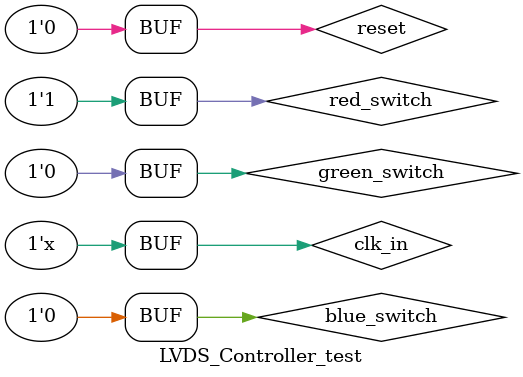
<source format=v>
`timescale 1ns / 1ps


module LVDS_Controller_test;

	// Inputs
	reg clk_in;
	reg red_switch;
	reg blue_switch;
	reg green_switch;
	reg reset;

	// Outputs
	wire CK1in_p;
	wire CK1in_n;
	wire Rxin0_n;
	wire Rxin0_p;
	wire Rxin1_n;
	wire Rxin1_p;
	wire Rxin2_n;
	wire Rxin2_p;
	wire Rxin3_n;
	wire Rxin3_p;

	// Instantiate the Unit Under Test (UUT)
	LVDS_Controller uut (
		.clk_in(clk_in), 
		//.red_switch(red_switch), 
		//.blue_switch(blue_switch), 
		//.green_switch(green_switch), 
		.reset(reset), 
		.CK1in_p(CK1in_p), 
		.CK1in_n(CK1in_n), 
		.Rxin0_n(Rxin0_n), 
		.Rxin0_p(Rxin0_p), 
		.Rxin1_n(Rxin1_n), 
		.Rxin1_p(Rxin1_p), 
		.Rxin2_n(Rxin2_n), 
		.Rxin2_p(Rxin2_p), 
		.Rxin3_n(Rxin3_n), 
		.Rxin3_p(Rxin3_p)
	);

	initial begin
		// Initialize Inputs
		clk_in = 0;
		red_switch = 0;
		blue_switch = 0;
		green_switch = 0;
		reset = 0;

		// Wait 100 ns for global reset to finish
		#10;
       red_switch = 1;
		// Add stimulus here

	end
      always begin
			#5 clk_in = ~clk_in;
		end
endmodule


</source>
